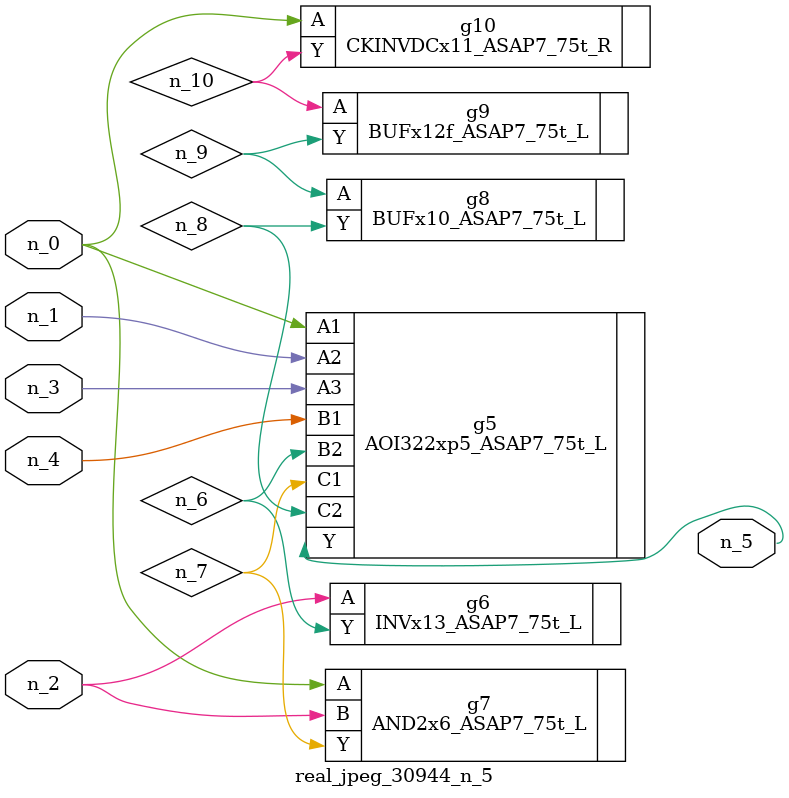
<source format=v>
module real_jpeg_30944_n_5 (n_4, n_0, n_1, n_2, n_3, n_5);

input n_4;
input n_0;
input n_1;
input n_2;
input n_3;

output n_5;

wire n_8;
wire n_6;
wire n_7;
wire n_10;
wire n_9;

AOI322xp5_ASAP7_75t_L g5 ( 
.A1(n_0),
.A2(n_1),
.A3(n_3),
.B1(n_4),
.B2(n_6),
.C1(n_7),
.C2(n_8),
.Y(n_5)
);

AND2x6_ASAP7_75t_L g7 ( 
.A(n_0),
.B(n_2),
.Y(n_7)
);

CKINVDCx11_ASAP7_75t_R g10 ( 
.A(n_0),
.Y(n_10)
);

INVx13_ASAP7_75t_L g6 ( 
.A(n_2),
.Y(n_6)
);

BUFx10_ASAP7_75t_L g8 ( 
.A(n_9),
.Y(n_8)
);

BUFx12f_ASAP7_75t_L g9 ( 
.A(n_10),
.Y(n_9)
);


endmodule
</source>
